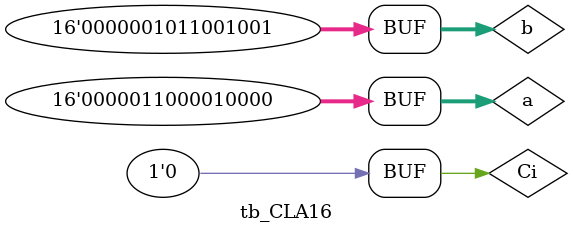
<source format=v>
module CLA16(input [15:0]a, input [15:0]b,input Ci, output [15:0]S, output Cout, output AG1, output GG1);


	
	wire [3:0] GG;
	wire [3:0] AG;
	wire [3:1] C;
	//wire Ci;
	
	CLALogic CarryLogic_2 ( GG[3:0],AG[3:0], Ci, C[3:1], Cout, AG1, GG1);
	CLA4 u0 (a[3:0], b[3:0], Ci, S[3:0],AG[0], GG[0]);
	CLA4 u1 (a[7:4], b[7:4], C[1],  S[7:4], AG[1], GG[1]);
	CLA4 u2 (a[11:8], b[11:8], C[2], S[11:8], AG[2], GG[2]);
	CLA4 u3 (a[15:12], b[15:12], C[3], S[15:12], AG[3], GG[3]);

endmodule


module CLA4(input [3:0] a,input [3:0] b,input Ci,output [3:0] S, output AG,output GG);
   //wire Ci;
   wire [3:0] G;
   wire [3:0] A;
   wire [3:1] C;

   CLALogic CarryLogic (G, A, Ci, C, Cout, AG, GG);
   GPFullAdder FA0 (a[0], b[0], Ci, G[0], A[0], S[0]);
   GPFullAdder FA1 (a[1], b[1], C[1], G[1], A[1], S[1]);
   GPFullAdder FA2 (a[2], b[2], C[2], G[2], A[2], S[2]);
   GPFullAdder FA3 (a[3], b[3], C[3], G[3], A[3], S[3]);

endmodule


module CLALogic ( input [3:0] G,input [3:0] A, input Ci,output [3:1] C,output Cout,output AG,output GG);
   wire GG_int;
   wire AG_int;

   assign C[1] = G[0] | (A[0] & Ci);
   assign C[2] = G[1] | (A[1] & G[0])| (A[1] & A[0] & Ci);
   assign C[3] = G[2] | (A[2] & G[1]) | (A[2] & A[1] & G[0])| (A[2] & A[1] & A[0] & Ci);

   assign AG_int = A[3] & A[2] & A[1] & A[0];
   assign GG_int = G[3] | (A[3] & G[2]) | (A[3] & A[2] & G[1]) | (A[3] & A[2] & A[1] & G[0]);
   assign Cout = GG_int | (AG_int & Ci);
   assign AG = AG_int;
   assign GG = GG_int;

   endmodule

module GPFullAdder( input X,input Y,input Cin,output G,output A,output Sum);
      wire P_int;
	  wire A_int;
      assign G = X & Y;
      assign P = P_int;
      assign P_int = X ^ Y;
      assign Sum = P_int ^ Cin;
	  assign A = A_int;
	  assign A_int = X | Y;
endmodule
 

 
module tb_CLA16;

   reg [15:0] a;
   reg [15:0] b;
   reg Ci;
   wire [15:0] S;
   wire Cout;
   wire AG;
   wire GG;

   wire [15:0] G;
   wire [15:0] A;
   wire [15:1] C;

  //CLA4 u0(A, B, Ci, S, Co, PG, GG);
  CLA16 u1(a, b, Ci, S, Cout);
	
	initial
  begin
    $display("a               |b                  |cin |||cout  |sum             ");
  end
  
  initial
  begin
    $monitor("%b | %b | %b |||| %b   |%b", a[15:0], b[15:0] ,Ci , Cout, S[15:0]);
  end
	
   initial begin
   a = 16'b0000_1010_1010_1000;
   b = 16'b0000_0100_0000_0000;
   Ci = 1;

   #100

   a = 16'b0000_0000_1010_1000;
   b = 16'b0000_0100_0110_0000;
   Ci = 0;

   #100
   a = 16'd1552;
   b = 16'd0713;
   Ci = 0;
    
   end

   endmodule
   
  
  

</source>
